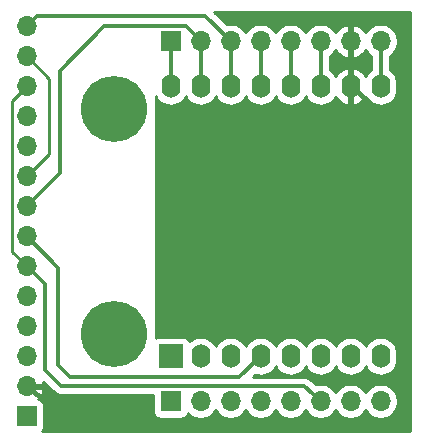
<source format=gbl>
G04 #@! TF.GenerationSoftware,KiCad,Pcbnew,(5.1.10)-1*
G04 #@! TF.CreationDate,2021-09-27T00:24:43+02:00*
G04 #@! TF.ProjectId,ili9341,696c6939-3334-4312-9e6b-696361645f70,rev?*
G04 #@! TF.SameCoordinates,Original*
G04 #@! TF.FileFunction,Copper,L2,Bot*
G04 #@! TF.FilePolarity,Positive*
%FSLAX46Y46*%
G04 Gerber Fmt 4.6, Leading zero omitted, Abs format (unit mm)*
G04 Created by KiCad (PCBNEW (5.1.10)-1) date 2021-09-27 00:24:43*
%MOMM*%
%LPD*%
G01*
G04 APERTURE LIST*
G04 #@! TA.AperFunction,ComponentPad*
%ADD10O,1.700000X1.700000*%
G04 #@! TD*
G04 #@! TA.AperFunction,ComponentPad*
%ADD11R,1.700000X1.700000*%
G04 #@! TD*
G04 #@! TA.AperFunction,ComponentPad*
%ADD12C,5.600000*%
G04 #@! TD*
G04 #@! TA.AperFunction,ComponentPad*
%ADD13O,1.600000X2.000000*%
G04 #@! TD*
G04 #@! TA.AperFunction,ComponentPad*
%ADD14R,2.000000X2.000000*%
G04 #@! TD*
G04 #@! TA.AperFunction,Conductor*
%ADD15C,0.300000*%
G04 #@! TD*
G04 #@! TA.AperFunction,Conductor*
%ADD16C,0.250000*%
G04 #@! TD*
G04 #@! TA.AperFunction,Conductor*
%ADD17C,0.400000*%
G04 #@! TD*
G04 #@! TA.AperFunction,Conductor*
%ADD18C,0.254000*%
G04 #@! TD*
G04 #@! TA.AperFunction,Conductor*
%ADD19C,0.100000*%
G04 #@! TD*
G04 APERTURE END LIST*
D10*
X115062000Y-62230000D03*
X112522000Y-62230000D03*
X109982000Y-62230000D03*
X107442000Y-62230000D03*
X104902000Y-62230000D03*
X102362000Y-62230000D03*
X99822000Y-62230000D03*
D11*
X97282000Y-62230000D03*
D10*
X115062000Y-92710000D03*
X112522000Y-92710000D03*
X109982000Y-92710000D03*
X107442000Y-92710000D03*
X104902000Y-92710000D03*
X102362000Y-92710000D03*
X99822000Y-92710000D03*
D11*
X97282000Y-92710000D03*
D12*
X92456000Y-86995000D03*
X92456000Y-67945000D03*
D13*
X97282000Y-66040000D03*
X99822000Y-66040000D03*
X102362000Y-66040000D03*
X104902000Y-66040000D03*
X107442000Y-66040000D03*
X109982000Y-66040000D03*
X112522000Y-66040000D03*
X115062000Y-66040000D03*
X115062000Y-88900000D03*
X112522000Y-88900000D03*
X109982000Y-88900000D03*
X107442000Y-88900000D03*
X104902000Y-88900000D03*
X102362000Y-88900000D03*
D14*
X97282000Y-88900000D03*
D13*
X99822000Y-88900000D03*
D10*
X85090000Y-60960000D03*
X85090000Y-63500000D03*
X85090000Y-66040000D03*
X85090000Y-68580000D03*
X85090000Y-71120000D03*
X85090000Y-73660000D03*
X85090000Y-76200000D03*
X85090000Y-78740000D03*
X85090000Y-81280000D03*
X85090000Y-83820000D03*
X85090000Y-86360000D03*
X85090000Y-88900000D03*
X85090000Y-91440000D03*
D11*
X85090000Y-93980000D03*
D15*
X102362000Y-62230000D02*
X102362000Y-66040000D01*
X100242001Y-60110001D02*
X102362000Y-62230000D01*
X85939999Y-60110001D02*
X100242001Y-60110001D01*
X85090000Y-60960000D02*
X85939999Y-60110001D01*
D16*
X86995000Y-71755000D02*
X85090000Y-73660000D01*
X86995000Y-65405000D02*
X86995000Y-71755000D01*
X85090000Y-63500000D02*
X86995000Y-65405000D01*
X83820000Y-67310000D02*
X85090000Y-66040000D01*
X83820000Y-80104999D02*
X83820000Y-67310000D01*
X85090000Y-81280000D02*
X83820000Y-80104999D01*
D15*
X86614000Y-82804000D02*
X85090000Y-81280000D01*
X86614000Y-90043000D02*
X86614000Y-82804000D01*
X88030999Y-91440000D02*
X86614000Y-90043000D01*
X108585000Y-91440000D02*
X88030999Y-91440000D01*
X109982000Y-92710000D02*
X108585000Y-91440000D01*
X107442000Y-62230000D02*
X107442000Y-66040000D01*
X104902000Y-89154000D02*
X104902000Y-88900000D01*
X87757000Y-81407000D02*
X85090000Y-78740000D01*
X103104990Y-90697010D02*
X88792010Y-90697010D01*
X104902000Y-88900000D02*
X103104990Y-90697010D01*
X87757000Y-89662000D02*
X88792010Y-90697010D01*
X87757000Y-81407000D02*
X87757000Y-89662000D01*
X99822000Y-62230000D02*
X99822000Y-66040000D01*
X98571999Y-60979999D02*
X99822000Y-62230000D01*
X91674001Y-60979999D02*
X98571999Y-60979999D01*
X87884000Y-64770000D02*
X91674001Y-60979999D01*
X87884000Y-73406000D02*
X87884000Y-64770000D01*
X85090000Y-76200000D02*
X87884000Y-73406000D01*
X104902000Y-62230000D02*
X104902000Y-66040000D01*
D17*
X112522000Y-62230000D02*
X112522000Y-66040000D01*
X116840000Y-69850000D02*
X112522000Y-66040000D01*
X116840000Y-93110002D02*
X116840000Y-69850000D01*
X115570000Y-94615000D02*
X116840000Y-93110002D01*
X88900000Y-94615000D02*
X115570000Y-94615000D01*
X85090000Y-91440000D02*
X88900000Y-94615000D01*
D15*
X115062000Y-62230000D02*
X115062000Y-66040000D01*
X109982000Y-62230000D02*
X109982000Y-66040000D01*
X97282000Y-62230000D02*
X97282000Y-66040000D01*
D18*
X117525001Y-95225000D02*
X86437295Y-95225000D01*
X86470537Y-95184494D01*
X86529502Y-95074180D01*
X86565812Y-94954482D01*
X86578072Y-94830000D01*
X86578072Y-93130000D01*
X86565812Y-93005518D01*
X86529502Y-92885820D01*
X86470537Y-92775506D01*
X86391185Y-92678815D01*
X86294494Y-92599463D01*
X86184180Y-92540498D01*
X86103534Y-92516034D01*
X86187588Y-92440269D01*
X86361641Y-92206920D01*
X86486825Y-91944099D01*
X86531476Y-91796890D01*
X86410155Y-91567000D01*
X85217000Y-91567000D01*
X85217000Y-91587000D01*
X84963000Y-91587000D01*
X84963000Y-91567000D01*
X84943000Y-91567000D01*
X84943000Y-91313000D01*
X84963000Y-91313000D01*
X84963000Y-91293000D01*
X85217000Y-91293000D01*
X85217000Y-91313000D01*
X86410155Y-91313000D01*
X86531476Y-91083110D01*
X86523203Y-91055835D01*
X87450429Y-91969975D01*
X87473235Y-91997764D01*
X87505347Y-92024118D01*
X87507338Y-92026081D01*
X87535137Y-92048567D01*
X87592766Y-92095862D01*
X87595252Y-92097191D01*
X87597438Y-92098959D01*
X87663318Y-92133573D01*
X87729139Y-92168754D01*
X87731838Y-92169573D01*
X87734326Y-92170880D01*
X87805789Y-92192005D01*
X87877112Y-92213641D01*
X87879910Y-92213917D01*
X87882614Y-92214716D01*
X87956822Y-92221492D01*
X87992438Y-92225000D01*
X87995240Y-92225000D01*
X88036604Y-92228777D01*
X88072348Y-92225000D01*
X95793928Y-92225000D01*
X95793928Y-93560000D01*
X95806188Y-93684482D01*
X95842498Y-93804180D01*
X95901463Y-93914494D01*
X95980815Y-94011185D01*
X96077506Y-94090537D01*
X96187820Y-94149502D01*
X96307518Y-94185812D01*
X96432000Y-94198072D01*
X98132000Y-94198072D01*
X98256482Y-94185812D01*
X98376180Y-94149502D01*
X98486494Y-94090537D01*
X98583185Y-94011185D01*
X98662537Y-93914494D01*
X98721502Y-93804180D01*
X98743513Y-93731620D01*
X98875368Y-93863475D01*
X99118589Y-94025990D01*
X99388842Y-94137932D01*
X99675740Y-94195000D01*
X99968260Y-94195000D01*
X100255158Y-94137932D01*
X100525411Y-94025990D01*
X100768632Y-93863475D01*
X100975475Y-93656632D01*
X101092000Y-93482240D01*
X101208525Y-93656632D01*
X101415368Y-93863475D01*
X101658589Y-94025990D01*
X101928842Y-94137932D01*
X102215740Y-94195000D01*
X102508260Y-94195000D01*
X102795158Y-94137932D01*
X103065411Y-94025990D01*
X103308632Y-93863475D01*
X103515475Y-93656632D01*
X103632000Y-93482240D01*
X103748525Y-93656632D01*
X103955368Y-93863475D01*
X104198589Y-94025990D01*
X104468842Y-94137932D01*
X104755740Y-94195000D01*
X105048260Y-94195000D01*
X105335158Y-94137932D01*
X105605411Y-94025990D01*
X105848632Y-93863475D01*
X106055475Y-93656632D01*
X106172000Y-93482240D01*
X106288525Y-93656632D01*
X106495368Y-93863475D01*
X106738589Y-94025990D01*
X107008842Y-94137932D01*
X107295740Y-94195000D01*
X107588260Y-94195000D01*
X107875158Y-94137932D01*
X108145411Y-94025990D01*
X108388632Y-93863475D01*
X108595475Y-93656632D01*
X108712000Y-93482240D01*
X108828525Y-93656632D01*
X109035368Y-93863475D01*
X109278589Y-94025990D01*
X109548842Y-94137932D01*
X109835740Y-94195000D01*
X110128260Y-94195000D01*
X110415158Y-94137932D01*
X110685411Y-94025990D01*
X110928632Y-93863475D01*
X111135475Y-93656632D01*
X111252000Y-93482240D01*
X111368525Y-93656632D01*
X111575368Y-93863475D01*
X111818589Y-94025990D01*
X112088842Y-94137932D01*
X112375740Y-94195000D01*
X112668260Y-94195000D01*
X112955158Y-94137932D01*
X113225411Y-94025990D01*
X113468632Y-93863475D01*
X113675475Y-93656632D01*
X113792000Y-93482240D01*
X113908525Y-93656632D01*
X114115368Y-93863475D01*
X114358589Y-94025990D01*
X114628842Y-94137932D01*
X114915740Y-94195000D01*
X115208260Y-94195000D01*
X115495158Y-94137932D01*
X115765411Y-94025990D01*
X116008632Y-93863475D01*
X116215475Y-93656632D01*
X116377990Y-93413411D01*
X116489932Y-93143158D01*
X116547000Y-92856260D01*
X116547000Y-92563740D01*
X116489932Y-92276842D01*
X116377990Y-92006589D01*
X116215475Y-91763368D01*
X116008632Y-91556525D01*
X115765411Y-91394010D01*
X115495158Y-91282068D01*
X115208260Y-91225000D01*
X114915740Y-91225000D01*
X114628842Y-91282068D01*
X114358589Y-91394010D01*
X114115368Y-91556525D01*
X113908525Y-91763368D01*
X113792000Y-91937760D01*
X113675475Y-91763368D01*
X113468632Y-91556525D01*
X113225411Y-91394010D01*
X112955158Y-91282068D01*
X112668260Y-91225000D01*
X112375740Y-91225000D01*
X112088842Y-91282068D01*
X111818589Y-91394010D01*
X111575368Y-91556525D01*
X111368525Y-91763368D01*
X111252000Y-91937760D01*
X111135475Y-91763368D01*
X110928632Y-91556525D01*
X110685411Y-91394010D01*
X110415158Y-91282068D01*
X110128260Y-91225000D01*
X109835740Y-91225000D01*
X109572979Y-91277267D01*
X109155455Y-90897700D01*
X109142764Y-90882236D01*
X109098345Y-90845782D01*
X109084515Y-90833209D01*
X109068576Y-90821351D01*
X109023233Y-90784138D01*
X109006629Y-90775263D01*
X108991540Y-90764037D01*
X108938590Y-90738896D01*
X108886860Y-90711246D01*
X108868849Y-90705783D01*
X108851854Y-90697713D01*
X108795003Y-90683382D01*
X108738887Y-90666359D01*
X108720159Y-90664514D01*
X108701914Y-90659915D01*
X108643366Y-90656951D01*
X108623561Y-90655000D01*
X108604838Y-90655000D01*
X108547481Y-90652096D01*
X108527698Y-90655000D01*
X104257157Y-90655000D01*
X104449770Y-90462388D01*
X104620692Y-90514236D01*
X104902000Y-90541943D01*
X105183309Y-90514236D01*
X105453808Y-90432182D01*
X105703101Y-90298932D01*
X105921608Y-90119608D01*
X106100932Y-89901101D01*
X106172000Y-89768142D01*
X106243068Y-89901101D01*
X106422393Y-90119608D01*
X106640900Y-90298932D01*
X106890193Y-90432182D01*
X107160692Y-90514236D01*
X107442000Y-90541943D01*
X107723309Y-90514236D01*
X107993808Y-90432182D01*
X108243101Y-90298932D01*
X108461608Y-90119608D01*
X108640932Y-89901101D01*
X108712000Y-89768142D01*
X108783068Y-89901101D01*
X108962393Y-90119608D01*
X109180900Y-90298932D01*
X109430193Y-90432182D01*
X109700692Y-90514236D01*
X109982000Y-90541943D01*
X110263309Y-90514236D01*
X110533808Y-90432182D01*
X110783101Y-90298932D01*
X111001608Y-90119608D01*
X111180932Y-89901101D01*
X111252000Y-89768142D01*
X111323068Y-89901101D01*
X111502393Y-90119608D01*
X111720900Y-90298932D01*
X111970193Y-90432182D01*
X112240692Y-90514236D01*
X112522000Y-90541943D01*
X112803309Y-90514236D01*
X113073808Y-90432182D01*
X113323101Y-90298932D01*
X113541608Y-90119608D01*
X113720932Y-89901101D01*
X113792000Y-89768142D01*
X113863068Y-89901101D01*
X114042393Y-90119608D01*
X114260900Y-90298932D01*
X114510193Y-90432182D01*
X114780692Y-90514236D01*
X115062000Y-90541943D01*
X115343309Y-90514236D01*
X115613808Y-90432182D01*
X115863101Y-90298932D01*
X116081608Y-90119608D01*
X116260932Y-89901101D01*
X116394182Y-89651807D01*
X116476236Y-89381308D01*
X116497000Y-89170491D01*
X116497000Y-88629508D01*
X116476236Y-88418691D01*
X116394182Y-88148192D01*
X116260932Y-87898899D01*
X116081607Y-87680392D01*
X115863100Y-87501068D01*
X115613807Y-87367818D01*
X115343308Y-87285764D01*
X115062000Y-87258057D01*
X114780691Y-87285764D01*
X114510192Y-87367818D01*
X114260899Y-87501068D01*
X114042392Y-87680393D01*
X113863068Y-87898900D01*
X113792000Y-88031858D01*
X113720932Y-87898899D01*
X113541607Y-87680392D01*
X113323100Y-87501068D01*
X113073807Y-87367818D01*
X112803308Y-87285764D01*
X112522000Y-87258057D01*
X112240691Y-87285764D01*
X111970192Y-87367818D01*
X111720899Y-87501068D01*
X111502392Y-87680393D01*
X111323068Y-87898900D01*
X111252000Y-88031858D01*
X111180932Y-87898899D01*
X111001607Y-87680392D01*
X110783100Y-87501068D01*
X110533807Y-87367818D01*
X110263308Y-87285764D01*
X109982000Y-87258057D01*
X109700691Y-87285764D01*
X109430192Y-87367818D01*
X109180899Y-87501068D01*
X108962392Y-87680393D01*
X108783068Y-87898900D01*
X108712000Y-88031858D01*
X108640932Y-87898899D01*
X108461607Y-87680392D01*
X108243100Y-87501068D01*
X107993807Y-87367818D01*
X107723308Y-87285764D01*
X107442000Y-87258057D01*
X107160691Y-87285764D01*
X106890192Y-87367818D01*
X106640899Y-87501068D01*
X106422392Y-87680393D01*
X106243068Y-87898900D01*
X106172000Y-88031858D01*
X106100932Y-87898899D01*
X105921607Y-87680392D01*
X105703100Y-87501068D01*
X105453807Y-87367818D01*
X105183308Y-87285764D01*
X104902000Y-87258057D01*
X104620691Y-87285764D01*
X104350192Y-87367818D01*
X104100899Y-87501068D01*
X103882392Y-87680393D01*
X103703068Y-87898900D01*
X103632000Y-88031858D01*
X103560932Y-87898899D01*
X103381607Y-87680392D01*
X103163100Y-87501068D01*
X102913807Y-87367818D01*
X102643308Y-87285764D01*
X102362000Y-87258057D01*
X102080691Y-87285764D01*
X101810192Y-87367818D01*
X101560899Y-87501068D01*
X101342392Y-87680393D01*
X101163068Y-87898900D01*
X101092000Y-88031858D01*
X101020932Y-87898899D01*
X100841607Y-87680392D01*
X100623100Y-87501068D01*
X100373807Y-87367818D01*
X100103308Y-87285764D01*
X99822000Y-87258057D01*
X99540691Y-87285764D01*
X99270192Y-87367818D01*
X99020899Y-87501068D01*
X98859559Y-87633477D01*
X98812537Y-87545506D01*
X98733185Y-87448815D01*
X98636494Y-87369463D01*
X98526180Y-87310498D01*
X98406482Y-87274188D01*
X98282000Y-87261928D01*
X96282000Y-87261928D01*
X96157518Y-87274188D01*
X96037820Y-87310498D01*
X96012000Y-87324299D01*
X96012000Y-66908142D01*
X96083068Y-67041101D01*
X96262393Y-67259608D01*
X96480900Y-67438932D01*
X96730193Y-67572182D01*
X97000692Y-67654236D01*
X97282000Y-67681943D01*
X97563309Y-67654236D01*
X97833808Y-67572182D01*
X98083101Y-67438932D01*
X98301608Y-67259608D01*
X98480932Y-67041101D01*
X98552000Y-66908142D01*
X98623068Y-67041101D01*
X98802393Y-67259608D01*
X99020900Y-67438932D01*
X99270193Y-67572182D01*
X99540692Y-67654236D01*
X99822000Y-67681943D01*
X100103309Y-67654236D01*
X100373808Y-67572182D01*
X100623101Y-67438932D01*
X100841608Y-67259608D01*
X101020932Y-67041101D01*
X101092000Y-66908142D01*
X101163068Y-67041101D01*
X101342393Y-67259608D01*
X101560900Y-67438932D01*
X101810193Y-67572182D01*
X102080692Y-67654236D01*
X102362000Y-67681943D01*
X102643309Y-67654236D01*
X102913808Y-67572182D01*
X103163101Y-67438932D01*
X103381608Y-67259608D01*
X103560932Y-67041101D01*
X103632000Y-66908142D01*
X103703068Y-67041101D01*
X103882393Y-67259608D01*
X104100900Y-67438932D01*
X104350193Y-67572182D01*
X104620692Y-67654236D01*
X104902000Y-67681943D01*
X105183309Y-67654236D01*
X105453808Y-67572182D01*
X105703101Y-67438932D01*
X105921608Y-67259608D01*
X106100932Y-67041101D01*
X106172000Y-66908142D01*
X106243068Y-67041101D01*
X106422393Y-67259608D01*
X106640900Y-67438932D01*
X106890193Y-67572182D01*
X107160692Y-67654236D01*
X107442000Y-67681943D01*
X107723309Y-67654236D01*
X107993808Y-67572182D01*
X108243101Y-67438932D01*
X108461608Y-67259608D01*
X108640932Y-67041101D01*
X108712000Y-66908142D01*
X108783068Y-67041101D01*
X108962393Y-67259608D01*
X109180900Y-67438932D01*
X109430193Y-67572182D01*
X109700692Y-67654236D01*
X109982000Y-67681943D01*
X110263309Y-67654236D01*
X110533808Y-67572182D01*
X110783101Y-67438932D01*
X111001608Y-67259608D01*
X111180932Y-67041101D01*
X111250122Y-66911655D01*
X111257570Y-66929227D01*
X111416327Y-67162662D01*
X111617575Y-67360639D01*
X111853579Y-67515551D01*
X112115270Y-67621444D01*
X112172961Y-67631904D01*
X112395000Y-67509915D01*
X112395000Y-66167000D01*
X112375000Y-66167000D01*
X112375000Y-65913000D01*
X112395000Y-65913000D01*
X112395000Y-64570085D01*
X112172961Y-64448096D01*
X112115270Y-64458556D01*
X111853579Y-64564449D01*
X111617575Y-64719361D01*
X111416327Y-64917338D01*
X111257570Y-65150773D01*
X111250122Y-65168345D01*
X111180932Y-65038899D01*
X111001607Y-64820392D01*
X110783100Y-64641068D01*
X110767000Y-64632462D01*
X110767000Y-63491474D01*
X110928632Y-63383475D01*
X111135475Y-63176632D01*
X111257195Y-62994466D01*
X111326822Y-63111355D01*
X111521731Y-63327588D01*
X111755080Y-63501641D01*
X112017901Y-63626825D01*
X112165110Y-63671476D01*
X112395000Y-63550155D01*
X112395000Y-62357000D01*
X112375000Y-62357000D01*
X112375000Y-62103000D01*
X112395000Y-62103000D01*
X112395000Y-60909845D01*
X112649000Y-60909845D01*
X112649000Y-62103000D01*
X112669000Y-62103000D01*
X112669000Y-62357000D01*
X112649000Y-62357000D01*
X112649000Y-63550155D01*
X112878890Y-63671476D01*
X113026099Y-63626825D01*
X113288920Y-63501641D01*
X113522269Y-63327588D01*
X113717178Y-63111355D01*
X113786805Y-62994466D01*
X113908525Y-63176632D01*
X114115368Y-63383475D01*
X114277000Y-63491474D01*
X114277001Y-64632461D01*
X114260899Y-64641068D01*
X114042392Y-64820393D01*
X113863068Y-65038900D01*
X113793878Y-65168345D01*
X113786430Y-65150773D01*
X113627673Y-64917338D01*
X113426425Y-64719361D01*
X113190421Y-64564449D01*
X112928730Y-64458556D01*
X112871039Y-64448096D01*
X112649000Y-64570085D01*
X112649000Y-65913000D01*
X112669000Y-65913000D01*
X112669000Y-66167000D01*
X112649000Y-66167000D01*
X112649000Y-67509915D01*
X112871039Y-67631904D01*
X112928730Y-67621444D01*
X113190421Y-67515551D01*
X113426425Y-67360639D01*
X113627673Y-67162662D01*
X113786430Y-66929227D01*
X113793878Y-66911655D01*
X113863068Y-67041101D01*
X114042393Y-67259608D01*
X114260900Y-67438932D01*
X114510193Y-67572182D01*
X114780692Y-67654236D01*
X115062000Y-67681943D01*
X115343309Y-67654236D01*
X115613808Y-67572182D01*
X115863101Y-67438932D01*
X116081608Y-67259608D01*
X116260932Y-67041101D01*
X116394182Y-66791807D01*
X116476236Y-66521308D01*
X116497000Y-66310491D01*
X116497000Y-65769508D01*
X116476236Y-65558691D01*
X116394182Y-65288192D01*
X116260932Y-65038899D01*
X116081607Y-64820392D01*
X115863100Y-64641068D01*
X115847000Y-64632462D01*
X115847000Y-63491474D01*
X116008632Y-63383475D01*
X116215475Y-63176632D01*
X116377990Y-62933411D01*
X116489932Y-62663158D01*
X116547000Y-62376260D01*
X116547000Y-62083740D01*
X116489932Y-61796842D01*
X116377990Y-61526589D01*
X116215475Y-61283368D01*
X116008632Y-61076525D01*
X115765411Y-60914010D01*
X115495158Y-60802068D01*
X115208260Y-60745000D01*
X114915740Y-60745000D01*
X114628842Y-60802068D01*
X114358589Y-60914010D01*
X114115368Y-61076525D01*
X113908525Y-61283368D01*
X113786805Y-61465534D01*
X113717178Y-61348645D01*
X113522269Y-61132412D01*
X113288920Y-60958359D01*
X113026099Y-60833175D01*
X112878890Y-60788524D01*
X112649000Y-60909845D01*
X112395000Y-60909845D01*
X112165110Y-60788524D01*
X112017901Y-60833175D01*
X111755080Y-60958359D01*
X111521731Y-61132412D01*
X111326822Y-61348645D01*
X111257195Y-61465534D01*
X111135475Y-61283368D01*
X110928632Y-61076525D01*
X110685411Y-60914010D01*
X110415158Y-60802068D01*
X110128260Y-60745000D01*
X109835740Y-60745000D01*
X109548842Y-60802068D01*
X109278589Y-60914010D01*
X109035368Y-61076525D01*
X108828525Y-61283368D01*
X108712000Y-61457760D01*
X108595475Y-61283368D01*
X108388632Y-61076525D01*
X108145411Y-60914010D01*
X107875158Y-60802068D01*
X107588260Y-60745000D01*
X107295740Y-60745000D01*
X107008842Y-60802068D01*
X106738589Y-60914010D01*
X106495368Y-61076525D01*
X106288525Y-61283368D01*
X106172000Y-61457760D01*
X106055475Y-61283368D01*
X105848632Y-61076525D01*
X105605411Y-60914010D01*
X105335158Y-60802068D01*
X105048260Y-60745000D01*
X104755740Y-60745000D01*
X104468842Y-60802068D01*
X104198589Y-60914010D01*
X103955368Y-61076525D01*
X103748525Y-61283368D01*
X103632000Y-61457760D01*
X103515475Y-61283368D01*
X103308632Y-61076525D01*
X103065411Y-60914010D01*
X102795158Y-60802068D01*
X102508260Y-60745000D01*
X102215740Y-60745000D01*
X102025082Y-60782925D01*
X100957157Y-59715000D01*
X117525000Y-59715000D01*
X117525001Y-95225000D01*
G04 #@! TA.AperFunction,Conductor*
D19*
G36*
X117525001Y-95225000D02*
G01*
X86437295Y-95225000D01*
X86470537Y-95184494D01*
X86529502Y-95074180D01*
X86565812Y-94954482D01*
X86578072Y-94830000D01*
X86578072Y-93130000D01*
X86565812Y-93005518D01*
X86529502Y-92885820D01*
X86470537Y-92775506D01*
X86391185Y-92678815D01*
X86294494Y-92599463D01*
X86184180Y-92540498D01*
X86103534Y-92516034D01*
X86187588Y-92440269D01*
X86361641Y-92206920D01*
X86486825Y-91944099D01*
X86531476Y-91796890D01*
X86410155Y-91567000D01*
X85217000Y-91567000D01*
X85217000Y-91587000D01*
X84963000Y-91587000D01*
X84963000Y-91567000D01*
X84943000Y-91567000D01*
X84943000Y-91313000D01*
X84963000Y-91313000D01*
X84963000Y-91293000D01*
X85217000Y-91293000D01*
X85217000Y-91313000D01*
X86410155Y-91313000D01*
X86531476Y-91083110D01*
X86523203Y-91055835D01*
X87450429Y-91969975D01*
X87473235Y-91997764D01*
X87505347Y-92024118D01*
X87507338Y-92026081D01*
X87535137Y-92048567D01*
X87592766Y-92095862D01*
X87595252Y-92097191D01*
X87597438Y-92098959D01*
X87663318Y-92133573D01*
X87729139Y-92168754D01*
X87731838Y-92169573D01*
X87734326Y-92170880D01*
X87805789Y-92192005D01*
X87877112Y-92213641D01*
X87879910Y-92213917D01*
X87882614Y-92214716D01*
X87956822Y-92221492D01*
X87992438Y-92225000D01*
X87995240Y-92225000D01*
X88036604Y-92228777D01*
X88072348Y-92225000D01*
X95793928Y-92225000D01*
X95793928Y-93560000D01*
X95806188Y-93684482D01*
X95842498Y-93804180D01*
X95901463Y-93914494D01*
X95980815Y-94011185D01*
X96077506Y-94090537D01*
X96187820Y-94149502D01*
X96307518Y-94185812D01*
X96432000Y-94198072D01*
X98132000Y-94198072D01*
X98256482Y-94185812D01*
X98376180Y-94149502D01*
X98486494Y-94090537D01*
X98583185Y-94011185D01*
X98662537Y-93914494D01*
X98721502Y-93804180D01*
X98743513Y-93731620D01*
X98875368Y-93863475D01*
X99118589Y-94025990D01*
X99388842Y-94137932D01*
X99675740Y-94195000D01*
X99968260Y-94195000D01*
X100255158Y-94137932D01*
X100525411Y-94025990D01*
X100768632Y-93863475D01*
X100975475Y-93656632D01*
X101092000Y-93482240D01*
X101208525Y-93656632D01*
X101415368Y-93863475D01*
X101658589Y-94025990D01*
X101928842Y-94137932D01*
X102215740Y-94195000D01*
X102508260Y-94195000D01*
X102795158Y-94137932D01*
X103065411Y-94025990D01*
X103308632Y-93863475D01*
X103515475Y-93656632D01*
X103632000Y-93482240D01*
X103748525Y-93656632D01*
X103955368Y-93863475D01*
X104198589Y-94025990D01*
X104468842Y-94137932D01*
X104755740Y-94195000D01*
X105048260Y-94195000D01*
X105335158Y-94137932D01*
X105605411Y-94025990D01*
X105848632Y-93863475D01*
X106055475Y-93656632D01*
X106172000Y-93482240D01*
X106288525Y-93656632D01*
X106495368Y-93863475D01*
X106738589Y-94025990D01*
X107008842Y-94137932D01*
X107295740Y-94195000D01*
X107588260Y-94195000D01*
X107875158Y-94137932D01*
X108145411Y-94025990D01*
X108388632Y-93863475D01*
X108595475Y-93656632D01*
X108712000Y-93482240D01*
X108828525Y-93656632D01*
X109035368Y-93863475D01*
X109278589Y-94025990D01*
X109548842Y-94137932D01*
X109835740Y-94195000D01*
X110128260Y-94195000D01*
X110415158Y-94137932D01*
X110685411Y-94025990D01*
X110928632Y-93863475D01*
X111135475Y-93656632D01*
X111252000Y-93482240D01*
X111368525Y-93656632D01*
X111575368Y-93863475D01*
X111818589Y-94025990D01*
X112088842Y-94137932D01*
X112375740Y-94195000D01*
X112668260Y-94195000D01*
X112955158Y-94137932D01*
X113225411Y-94025990D01*
X113468632Y-93863475D01*
X113675475Y-93656632D01*
X113792000Y-93482240D01*
X113908525Y-93656632D01*
X114115368Y-93863475D01*
X114358589Y-94025990D01*
X114628842Y-94137932D01*
X114915740Y-94195000D01*
X115208260Y-94195000D01*
X115495158Y-94137932D01*
X115765411Y-94025990D01*
X116008632Y-93863475D01*
X116215475Y-93656632D01*
X116377990Y-93413411D01*
X116489932Y-93143158D01*
X116547000Y-92856260D01*
X116547000Y-92563740D01*
X116489932Y-92276842D01*
X116377990Y-92006589D01*
X116215475Y-91763368D01*
X116008632Y-91556525D01*
X115765411Y-91394010D01*
X115495158Y-91282068D01*
X115208260Y-91225000D01*
X114915740Y-91225000D01*
X114628842Y-91282068D01*
X114358589Y-91394010D01*
X114115368Y-91556525D01*
X113908525Y-91763368D01*
X113792000Y-91937760D01*
X113675475Y-91763368D01*
X113468632Y-91556525D01*
X113225411Y-91394010D01*
X112955158Y-91282068D01*
X112668260Y-91225000D01*
X112375740Y-91225000D01*
X112088842Y-91282068D01*
X111818589Y-91394010D01*
X111575368Y-91556525D01*
X111368525Y-91763368D01*
X111252000Y-91937760D01*
X111135475Y-91763368D01*
X110928632Y-91556525D01*
X110685411Y-91394010D01*
X110415158Y-91282068D01*
X110128260Y-91225000D01*
X109835740Y-91225000D01*
X109572979Y-91277267D01*
X109155455Y-90897700D01*
X109142764Y-90882236D01*
X109098345Y-90845782D01*
X109084515Y-90833209D01*
X109068576Y-90821351D01*
X109023233Y-90784138D01*
X109006629Y-90775263D01*
X108991540Y-90764037D01*
X108938590Y-90738896D01*
X108886860Y-90711246D01*
X108868849Y-90705783D01*
X108851854Y-90697713D01*
X108795003Y-90683382D01*
X108738887Y-90666359D01*
X108720159Y-90664514D01*
X108701914Y-90659915D01*
X108643366Y-90656951D01*
X108623561Y-90655000D01*
X108604838Y-90655000D01*
X108547481Y-90652096D01*
X108527698Y-90655000D01*
X104257157Y-90655000D01*
X104449770Y-90462388D01*
X104620692Y-90514236D01*
X104902000Y-90541943D01*
X105183309Y-90514236D01*
X105453808Y-90432182D01*
X105703101Y-90298932D01*
X105921608Y-90119608D01*
X106100932Y-89901101D01*
X106172000Y-89768142D01*
X106243068Y-89901101D01*
X106422393Y-90119608D01*
X106640900Y-90298932D01*
X106890193Y-90432182D01*
X107160692Y-90514236D01*
X107442000Y-90541943D01*
X107723309Y-90514236D01*
X107993808Y-90432182D01*
X108243101Y-90298932D01*
X108461608Y-90119608D01*
X108640932Y-89901101D01*
X108712000Y-89768142D01*
X108783068Y-89901101D01*
X108962393Y-90119608D01*
X109180900Y-90298932D01*
X109430193Y-90432182D01*
X109700692Y-90514236D01*
X109982000Y-90541943D01*
X110263309Y-90514236D01*
X110533808Y-90432182D01*
X110783101Y-90298932D01*
X111001608Y-90119608D01*
X111180932Y-89901101D01*
X111252000Y-89768142D01*
X111323068Y-89901101D01*
X111502393Y-90119608D01*
X111720900Y-90298932D01*
X111970193Y-90432182D01*
X112240692Y-90514236D01*
X112522000Y-90541943D01*
X112803309Y-90514236D01*
X113073808Y-90432182D01*
X113323101Y-90298932D01*
X113541608Y-90119608D01*
X113720932Y-89901101D01*
X113792000Y-89768142D01*
X113863068Y-89901101D01*
X114042393Y-90119608D01*
X114260900Y-90298932D01*
X114510193Y-90432182D01*
X114780692Y-90514236D01*
X115062000Y-90541943D01*
X115343309Y-90514236D01*
X115613808Y-90432182D01*
X115863101Y-90298932D01*
X116081608Y-90119608D01*
X116260932Y-89901101D01*
X116394182Y-89651807D01*
X116476236Y-89381308D01*
X116497000Y-89170491D01*
X116497000Y-88629508D01*
X116476236Y-88418691D01*
X116394182Y-88148192D01*
X116260932Y-87898899D01*
X116081607Y-87680392D01*
X115863100Y-87501068D01*
X115613807Y-87367818D01*
X115343308Y-87285764D01*
X115062000Y-87258057D01*
X114780691Y-87285764D01*
X114510192Y-87367818D01*
X114260899Y-87501068D01*
X114042392Y-87680393D01*
X113863068Y-87898900D01*
X113792000Y-88031858D01*
X113720932Y-87898899D01*
X113541607Y-87680392D01*
X113323100Y-87501068D01*
X113073807Y-87367818D01*
X112803308Y-87285764D01*
X112522000Y-87258057D01*
X112240691Y-87285764D01*
X111970192Y-87367818D01*
X111720899Y-87501068D01*
X111502392Y-87680393D01*
X111323068Y-87898900D01*
X111252000Y-88031858D01*
X111180932Y-87898899D01*
X111001607Y-87680392D01*
X110783100Y-87501068D01*
X110533807Y-87367818D01*
X110263308Y-87285764D01*
X109982000Y-87258057D01*
X109700691Y-87285764D01*
X109430192Y-87367818D01*
X109180899Y-87501068D01*
X108962392Y-87680393D01*
X108783068Y-87898900D01*
X108712000Y-88031858D01*
X108640932Y-87898899D01*
X108461607Y-87680392D01*
X108243100Y-87501068D01*
X107993807Y-87367818D01*
X107723308Y-87285764D01*
X107442000Y-87258057D01*
X107160691Y-87285764D01*
X106890192Y-87367818D01*
X106640899Y-87501068D01*
X106422392Y-87680393D01*
X106243068Y-87898900D01*
X106172000Y-88031858D01*
X106100932Y-87898899D01*
X105921607Y-87680392D01*
X105703100Y-87501068D01*
X105453807Y-87367818D01*
X105183308Y-87285764D01*
X104902000Y-87258057D01*
X104620691Y-87285764D01*
X104350192Y-87367818D01*
X104100899Y-87501068D01*
X103882392Y-87680393D01*
X103703068Y-87898900D01*
X103632000Y-88031858D01*
X103560932Y-87898899D01*
X103381607Y-87680392D01*
X103163100Y-87501068D01*
X102913807Y-87367818D01*
X102643308Y-87285764D01*
X102362000Y-87258057D01*
X102080691Y-87285764D01*
X101810192Y-87367818D01*
X101560899Y-87501068D01*
X101342392Y-87680393D01*
X101163068Y-87898900D01*
X101092000Y-88031858D01*
X101020932Y-87898899D01*
X100841607Y-87680392D01*
X100623100Y-87501068D01*
X100373807Y-87367818D01*
X100103308Y-87285764D01*
X99822000Y-87258057D01*
X99540691Y-87285764D01*
X99270192Y-87367818D01*
X99020899Y-87501068D01*
X98859559Y-87633477D01*
X98812537Y-87545506D01*
X98733185Y-87448815D01*
X98636494Y-87369463D01*
X98526180Y-87310498D01*
X98406482Y-87274188D01*
X98282000Y-87261928D01*
X96282000Y-87261928D01*
X96157518Y-87274188D01*
X96037820Y-87310498D01*
X96012000Y-87324299D01*
X96012000Y-66908142D01*
X96083068Y-67041101D01*
X96262393Y-67259608D01*
X96480900Y-67438932D01*
X96730193Y-67572182D01*
X97000692Y-67654236D01*
X97282000Y-67681943D01*
X97563309Y-67654236D01*
X97833808Y-67572182D01*
X98083101Y-67438932D01*
X98301608Y-67259608D01*
X98480932Y-67041101D01*
X98552000Y-66908142D01*
X98623068Y-67041101D01*
X98802393Y-67259608D01*
X99020900Y-67438932D01*
X99270193Y-67572182D01*
X99540692Y-67654236D01*
X99822000Y-67681943D01*
X100103309Y-67654236D01*
X100373808Y-67572182D01*
X100623101Y-67438932D01*
X100841608Y-67259608D01*
X101020932Y-67041101D01*
X101092000Y-66908142D01*
X101163068Y-67041101D01*
X101342393Y-67259608D01*
X101560900Y-67438932D01*
X101810193Y-67572182D01*
X102080692Y-67654236D01*
X102362000Y-67681943D01*
X102643309Y-67654236D01*
X102913808Y-67572182D01*
X103163101Y-67438932D01*
X103381608Y-67259608D01*
X103560932Y-67041101D01*
X103632000Y-66908142D01*
X103703068Y-67041101D01*
X103882393Y-67259608D01*
X104100900Y-67438932D01*
X104350193Y-67572182D01*
X104620692Y-67654236D01*
X104902000Y-67681943D01*
X105183309Y-67654236D01*
X105453808Y-67572182D01*
X105703101Y-67438932D01*
X105921608Y-67259608D01*
X106100932Y-67041101D01*
X106172000Y-66908142D01*
X106243068Y-67041101D01*
X106422393Y-67259608D01*
X106640900Y-67438932D01*
X106890193Y-67572182D01*
X107160692Y-67654236D01*
X107442000Y-67681943D01*
X107723309Y-67654236D01*
X107993808Y-67572182D01*
X108243101Y-67438932D01*
X108461608Y-67259608D01*
X108640932Y-67041101D01*
X108712000Y-66908142D01*
X108783068Y-67041101D01*
X108962393Y-67259608D01*
X109180900Y-67438932D01*
X109430193Y-67572182D01*
X109700692Y-67654236D01*
X109982000Y-67681943D01*
X110263309Y-67654236D01*
X110533808Y-67572182D01*
X110783101Y-67438932D01*
X111001608Y-67259608D01*
X111180932Y-67041101D01*
X111250122Y-66911655D01*
X111257570Y-66929227D01*
X111416327Y-67162662D01*
X111617575Y-67360639D01*
X111853579Y-67515551D01*
X112115270Y-67621444D01*
X112172961Y-67631904D01*
X112395000Y-67509915D01*
X112395000Y-66167000D01*
X112375000Y-66167000D01*
X112375000Y-65913000D01*
X112395000Y-65913000D01*
X112395000Y-64570085D01*
X112172961Y-64448096D01*
X112115270Y-64458556D01*
X111853579Y-64564449D01*
X111617575Y-64719361D01*
X111416327Y-64917338D01*
X111257570Y-65150773D01*
X111250122Y-65168345D01*
X111180932Y-65038899D01*
X111001607Y-64820392D01*
X110783100Y-64641068D01*
X110767000Y-64632462D01*
X110767000Y-63491474D01*
X110928632Y-63383475D01*
X111135475Y-63176632D01*
X111257195Y-62994466D01*
X111326822Y-63111355D01*
X111521731Y-63327588D01*
X111755080Y-63501641D01*
X112017901Y-63626825D01*
X112165110Y-63671476D01*
X112395000Y-63550155D01*
X112395000Y-62357000D01*
X112375000Y-62357000D01*
X112375000Y-62103000D01*
X112395000Y-62103000D01*
X112395000Y-60909845D01*
X112649000Y-60909845D01*
X112649000Y-62103000D01*
X112669000Y-62103000D01*
X112669000Y-62357000D01*
X112649000Y-62357000D01*
X112649000Y-63550155D01*
X112878890Y-63671476D01*
X113026099Y-63626825D01*
X113288920Y-63501641D01*
X113522269Y-63327588D01*
X113717178Y-63111355D01*
X113786805Y-62994466D01*
X113908525Y-63176632D01*
X114115368Y-63383475D01*
X114277000Y-63491474D01*
X114277001Y-64632461D01*
X114260899Y-64641068D01*
X114042392Y-64820393D01*
X113863068Y-65038900D01*
X113793878Y-65168345D01*
X113786430Y-65150773D01*
X113627673Y-64917338D01*
X113426425Y-64719361D01*
X113190421Y-64564449D01*
X112928730Y-64458556D01*
X112871039Y-64448096D01*
X112649000Y-64570085D01*
X112649000Y-65913000D01*
X112669000Y-65913000D01*
X112669000Y-66167000D01*
X112649000Y-66167000D01*
X112649000Y-67509915D01*
X112871039Y-67631904D01*
X112928730Y-67621444D01*
X113190421Y-67515551D01*
X113426425Y-67360639D01*
X113627673Y-67162662D01*
X113786430Y-66929227D01*
X113793878Y-66911655D01*
X113863068Y-67041101D01*
X114042393Y-67259608D01*
X114260900Y-67438932D01*
X114510193Y-67572182D01*
X114780692Y-67654236D01*
X115062000Y-67681943D01*
X115343309Y-67654236D01*
X115613808Y-67572182D01*
X115863101Y-67438932D01*
X116081608Y-67259608D01*
X116260932Y-67041101D01*
X116394182Y-66791807D01*
X116476236Y-66521308D01*
X116497000Y-66310491D01*
X116497000Y-65769508D01*
X116476236Y-65558691D01*
X116394182Y-65288192D01*
X116260932Y-65038899D01*
X116081607Y-64820392D01*
X115863100Y-64641068D01*
X115847000Y-64632462D01*
X115847000Y-63491474D01*
X116008632Y-63383475D01*
X116215475Y-63176632D01*
X116377990Y-62933411D01*
X116489932Y-62663158D01*
X116547000Y-62376260D01*
X116547000Y-62083740D01*
X116489932Y-61796842D01*
X116377990Y-61526589D01*
X116215475Y-61283368D01*
X116008632Y-61076525D01*
X115765411Y-60914010D01*
X115495158Y-60802068D01*
X115208260Y-60745000D01*
X114915740Y-60745000D01*
X114628842Y-60802068D01*
X114358589Y-60914010D01*
X114115368Y-61076525D01*
X113908525Y-61283368D01*
X113786805Y-61465534D01*
X113717178Y-61348645D01*
X113522269Y-61132412D01*
X113288920Y-60958359D01*
X113026099Y-60833175D01*
X112878890Y-60788524D01*
X112649000Y-60909845D01*
X112395000Y-60909845D01*
X112165110Y-60788524D01*
X112017901Y-60833175D01*
X111755080Y-60958359D01*
X111521731Y-61132412D01*
X111326822Y-61348645D01*
X111257195Y-61465534D01*
X111135475Y-61283368D01*
X110928632Y-61076525D01*
X110685411Y-60914010D01*
X110415158Y-60802068D01*
X110128260Y-60745000D01*
X109835740Y-60745000D01*
X109548842Y-60802068D01*
X109278589Y-60914010D01*
X109035368Y-61076525D01*
X108828525Y-61283368D01*
X108712000Y-61457760D01*
X108595475Y-61283368D01*
X108388632Y-61076525D01*
X108145411Y-60914010D01*
X107875158Y-60802068D01*
X107588260Y-60745000D01*
X107295740Y-60745000D01*
X107008842Y-60802068D01*
X106738589Y-60914010D01*
X106495368Y-61076525D01*
X106288525Y-61283368D01*
X106172000Y-61457760D01*
X106055475Y-61283368D01*
X105848632Y-61076525D01*
X105605411Y-60914010D01*
X105335158Y-60802068D01*
X105048260Y-60745000D01*
X104755740Y-60745000D01*
X104468842Y-60802068D01*
X104198589Y-60914010D01*
X103955368Y-61076525D01*
X103748525Y-61283368D01*
X103632000Y-61457760D01*
X103515475Y-61283368D01*
X103308632Y-61076525D01*
X103065411Y-60914010D01*
X102795158Y-60802068D01*
X102508260Y-60745000D01*
X102215740Y-60745000D01*
X102025082Y-60782925D01*
X100957157Y-59715000D01*
X117525000Y-59715000D01*
X117525001Y-95225000D01*
G37*
G04 #@! TD.AperFunction*
M02*

</source>
